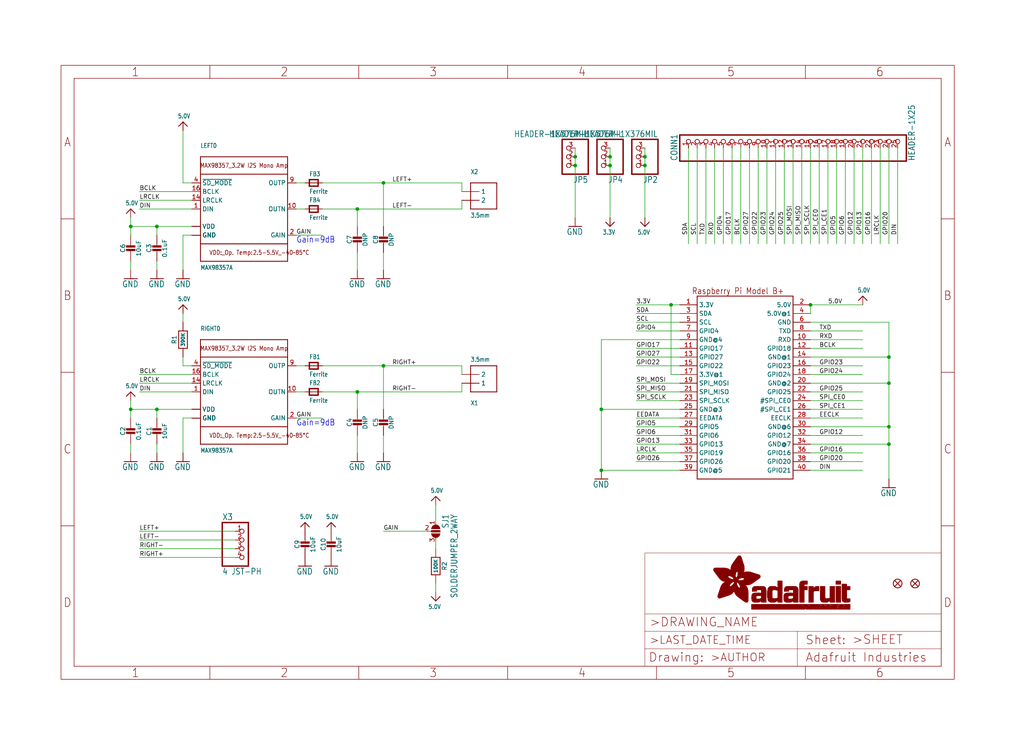
<source format=kicad_sch>
(kicad_sch (version 20211123) (generator eeschema)
  (paper "User" 298.45 217.881)
  (lib_symbols
    (symbol "eagleSchem-eagle-import:3.3V" (power)
      (property "Value" "3.3V" (at -1.524 1.016 0))
      (symbol "3.3V_1_0"
        (pin power_in line (at 0 -2.54 90) (length 2.54) (name "3.3V") (number "1"))
      )
    )
    (symbol "eagleSchem-eagle-import:5.0V" (power)
      (property "Value" "5.0V" (at -1.524 1.016 0))
      (symbol "5.0V_1_0"
        (pin power_in line (at 0 -2.54 90) (length 2.54) (name "5.0V") (number "1"))
      )
    )
    (symbol "eagleSchem-eagle-import:AUDIOAMP_MAX98357"
      (property "Reference" "U" (at -12.7 17.78 0))
      (property "Value" "AUDIOAMP_MAX98357" (at -12.7 -17.78 0))
      (symbol "AUDIOAMP_MAX98357_1_0"
        (text "2.5-5.5V_-40~85°C" (at 2.54 -12.7 0) (effects (font (size 1.27 1.0795)) (justify left)))
        (text "MAX98357_3.2W I2S Mono Amp" (at 0 12.7 0) (effects (font (size 1.27 1.0795))))
        (text "VDD:_Op. Temp:" (at -10.16 -12.7 0) (effects (font (size 1.27 1.0795)) (justify left)))
        (pin bidirectional line (at -15.24 0 0) (length 2.54) (name "DIN") (number "1"))
        (pin output line (at 15.24 0 180) (length 2.54) (name "OUTN") (number "10"))
        (pin power_in line (at -15.24 -7.62 0) (length 2.54) (name "GND") (number "11"))
        (pin bidirectional line (at -15.24 2.54 0) (length 2.54) (name "LRCLK") (number "14"))
        (pin power_in line (at -15.24 -7.62 0) (length 2.54) (name "GND") (number "15"))
        (pin bidirectional line (at -15.24 5.08 0) (length 2.54) (name "BCLK") (number "16"))
        (pin bidirectional line (at 15.24 -7.62 180) (length 2.54) (name "GAIN") (number "2"))
        (pin power_in line (at -15.24 -7.62 0) (length 2.54) (name "GND") (number "3"))
        (pin bidirectional line (at -15.24 7.62 0) (length 2.54) (name "~{SD_MODE}") (number "4"))
        (pin power_in line (at -15.24 -5.08 0) (length 2.54) (name "VDD") (number "7"))
        (pin power_in line (at -15.24 -5.08 0) (length 2.54) (name "VDD") (number "8"))
        (pin output line (at 15.24 7.62 180) (length 2.54) (name "OUTP") (number "9"))
        (pin power_in line (at -15.24 -7.62 0) (length 2.54) (name "GND") (number "THERMAL"))
      )
    )
    (symbol "eagleSchem-eagle-import:CAP_CERAMIC0805-NOOUTLINE"
      (property "Reference" "C" (at -2.29 1.25 90))
      (property "Value" "CAP_CERAMIC0805-NOOUTLINE" (at 2.3 1.25 90))
      (symbol "CAP_CERAMIC0805-NOOUTLINE_1_0"
        (pin passive line (at 0 5.08 270) (length 2.54) (name "1") (number "1"))
        (pin passive line (at 0 -2.54 90) (length 2.54) (name "2") (number "2"))
      )
    )
    (symbol "eagleSchem-eagle-import:CON_JST_PH_4PIN"
      (property "Reference" "X" (at -6.35 8.255 0))
      (property "Value" "CON_JST_PH_4PIN" (at -6.35 -7.62 0))
      (symbol "CON_JST_PH_4PIN_1_0"
        (pin passive inverted (at -2.54 5.08 0) (length 2.54) (name "1") (number "1"))
        (pin passive inverted (at -2.54 2.54 0) (length 2.54) (name "2") (number "2"))
        (pin passive inverted (at -2.54 0 0) (length 2.54) (name "3") (number "3"))
        (pin passive inverted (at -2.54 -2.54 0) (length 2.54) (name "4") (number "4"))
      )
    )
    (symbol "eagleSchem-eagle-import:FERRITE-0805NO"
      (property "Reference" "FB" (at -1.27 1.905 0))
      (property "Value" "FERRITE-0805NO" (at -1.27 -3.175 0))
      (symbol "FERRITE-0805NO_1_0"
        (pin passive line (at -2.54 0 0) (length 2.54) (name "P$1") (number "1"))
        (pin passive line (at 2.54 0 180) (length 2.54) (name "P$2") (number "2"))
      )
    )
    (symbol "eagleSchem-eagle-import:FIDUCIAL{dblquote}{dblquote}")
    (symbol "eagleSchem-eagle-import:FRAME_A4_ADAFRUIT"
      (symbol "FRAME_A4_ADAFRUIT_0_0"
        (text "1" (at 21.6958 1.905 0) (effects (font (size 2.54 2.286))))
        (text "1" (at 21.6958 177.165 0) (effects (font (size 2.54 2.286))))
        (text "2" (at 65.0875 1.905 0) (effects (font (size 2.54 2.286))))
        (text "2" (at 65.0875 177.165 0) (effects (font (size 2.54 2.286))))
        (text "3" (at 108.4792 1.905 0) (effects (font (size 2.54 2.286))))
        (text "3" (at 108.4792 177.165 0) (effects (font (size 2.54 2.286))))
        (text "4" (at 151.8708 1.905 0) (effects (font (size 2.54 2.286))))
        (text "4" (at 151.8708 177.165 0) (effects (font (size 2.54 2.286))))
        (text "5" (at 195.2625 1.905 0) (effects (font (size 2.54 2.286))))
        (text "5" (at 195.2625 177.165 0) (effects (font (size 2.54 2.286))))
        (text "6" (at 238.6542 1.905 0) (effects (font (size 2.54 2.286))))
        (text "6" (at 238.6542 177.165 0) (effects (font (size 2.54 2.286))))
        (text "A" (at 1.905 156.6863 0) (effects (font (size 2.54 2.286))))
        (text "A" (at 258.445 156.6863 0) (effects (font (size 2.54 2.286))))
        (text "B" (at 1.905 111.9188 0) (effects (font (size 2.54 2.286))))
        (text "B" (at 258.445 111.9188 0) (effects (font (size 2.54 2.286))))
        (text "C" (at 1.905 67.1513 0) (effects (font (size 2.54 2.286))))
        (text "C" (at 258.445 67.1513 0) (effects (font (size 2.54 2.286))))
        (text "D" (at 1.905 22.3838 0) (effects (font (size 2.54 2.286))))
        (text "D" (at 258.445 22.3838 0) (effects (font (size 2.54 2.286))))
      )
      (symbol "FRAME_A4_ADAFRUIT_1_0"
        (text ">AUTHOR" (at 189.23 5.08 0) (effects (font (size 2.286 2.286)) (justify left bottom)))
        (text ">DRAWING_NAME" (at 171.45 15.24 0) (effects (font (size 2.54 2.54)) (justify left bottom)))
        (text ">LAST_DATE_TIME" (at 171.45 10.16 0) (effects (font (size 2.286 2.286)) (justify left bottom)))
        (text ">SHEET" (at 230.505 10.16 0) (effects (font (size 2.54 2.54)) (justify left bottom)))
        (text "Adafruit Industries" (at 216.916 4.953 0) (effects (font (size 2.54 2.54)) (justify left bottom)))
        (text "Drawing:" (at 171.196 4.953 0) (effects (font (size 2.54 2.54)) (justify left bottom)))
        (text "Sheet:" (at 216.916 10.033 0) (effects (font (size 2.54 2.54)) (justify left bottom)))
      )
    )
    (symbol "eagleSchem-eagle-import:GND" (power)
      (property "Value" "GND" (at -2.54 -2.54 0))
      (symbol "GND_1_0"
        (pin power_in line (at 0 2.54 270) (length 2.54) (name "GND") (number "1"))
      )
    )
    (symbol "eagleSchem-eagle-import:HEADER-1X25"
      (property "Reference" "CONN" (at -3.81 33.655 0))
      (property "Value" "HEADER-1X25" (at -3.81 -35.56 0))
      (symbol "HEADER-1X25_1_0"
        (pin passive inverted (at 0 30.48 0) (length 2.54) (name "1") (number "1"))
        (pin passive inverted (at 0 7.62 0) (length 2.54) (name "10") (number "10"))
        (pin passive inverted (at 0 5.08 0) (length 2.54) (name "11") (number "11"))
        (pin passive inverted (at 0 2.54 0) (length 2.54) (name "12") (number "12"))
        (pin passive inverted (at 0 0 0) (length 2.54) (name "13") (number "13"))
        (pin passive inverted (at 0 -2.54 0) (length 2.54) (name "14") (number "14"))
        (pin passive inverted (at 0 -5.08 0) (length 2.54) (name "15") (number "15"))
        (pin passive inverted (at 0 -7.62 0) (length 2.54) (name "16") (number "16"))
        (pin passive inverted (at 0 -10.16 0) (length 2.54) (name "17") (number "17"))
        (pin passive inverted (at 0 -12.7 0) (length 2.54) (name "18") (number "18"))
        (pin passive inverted (at 0 -15.24 0) (length 2.54) (name "19") (number "19"))
        (pin passive inverted (at 0 27.94 0) (length 2.54) (name "2") (number "2"))
        (pin passive inverted (at 0 -17.78 0) (length 2.54) (name "20") (number "20"))
        (pin passive inverted (at 0 -20.32 0) (length 2.54) (name "21") (number "21"))
        (pin passive inverted (at 0 -22.86 0) (length 2.54) (name "22") (number "22"))
        (pin passive inverted (at 0 -25.4 0) (length 2.54) (name "23") (number "23"))
        (pin passive inverted (at 0 -27.94 0) (length 2.54) (name "24") (number "24"))
        (pin passive inverted (at 0 -30.48 0) (length 2.54) (name "25") (number "25"))
        (pin passive inverted (at 0 25.4 0) (length 2.54) (name "3") (number "3"))
        (pin passive inverted (at 0 22.86 0) (length 2.54) (name "4") (number "4"))
        (pin passive inverted (at 0 20.32 0) (length 2.54) (name "5") (number "5"))
        (pin passive inverted (at 0 17.78 0) (length 2.54) (name "6") (number "6"))
        (pin passive inverted (at 0 15.24 0) (length 2.54) (name "7") (number "7"))
        (pin passive inverted (at 0 12.7 0) (length 2.54) (name "8") (number "8"))
        (pin passive inverted (at 0 10.16 0) (length 2.54) (name "9") (number "9"))
      )
    )
    (symbol "eagleSchem-eagle-import:HEADER-1X376MIL"
      (property "Reference" "JP" (at -6.35 5.715 0))
      (property "Value" "HEADER-1X376MIL" (at -6.35 -7.62 0))
      (symbol "HEADER-1X376MIL_1_0"
        (pin passive inverted (at -2.54 2.54 0) (length 2.54) (name "1") (number "1"))
        (pin passive inverted (at -2.54 0 0) (length 2.54) (name "2") (number "2"))
        (pin passive inverted (at -2.54 -2.54 0) (length 2.54) (name "3") (number "3"))
      )
    )
    (symbol "eagleSchem-eagle-import:RASPBERRYPI_BPLUS_BONNETNODIM"
      (symbol "RASPBERRYPI_BPLUS_BONNETNODIM_1_0"
        (text "Raspberry Pi Model B+" (at 12.7 25.4 0) (effects (font (size 1.778 1.5113)) (justify right top)))
        (pin power_in line (at -17.78 20.32 0) (length 5.08) (name "3.3V") (number "1"))
        (pin bidirectional line (at 20.32 10.16 180) (length 5.08) (name "RXD") (number "10"))
        (pin bidirectional line (at -17.78 7.62 0) (length 5.08) (name "GPIO17") (number "11"))
        (pin bidirectional line (at 20.32 7.62 180) (length 5.08) (name "GPIO18") (number "12"))
        (pin bidirectional line (at -17.78 5.08 0) (length 5.08) (name "GPIO27") (number "13"))
        (pin power_in line (at 20.32 5.08 180) (length 5.08) (name "GND@1") (number "14"))
        (pin bidirectional line (at -17.78 2.54 0) (length 5.08) (name "GPIO22") (number "15"))
        (pin bidirectional line (at 20.32 2.54 180) (length 5.08) (name "GPIO23") (number "16"))
        (pin power_in line (at -17.78 0 0) (length 5.08) (name "3.3V@1") (number "17"))
        (pin bidirectional line (at 20.32 0 180) (length 5.08) (name "GPIO24") (number "18"))
        (pin bidirectional line (at -17.78 -2.54 0) (length 5.08) (name "SPI_MOSI") (number "19"))
        (pin power_in line (at 20.32 20.32 180) (length 5.08) (name "5.0V") (number "2"))
        (pin power_in line (at 20.32 -2.54 180) (length 5.08) (name "GND@2") (number "20"))
        (pin bidirectional line (at -17.78 -5.08 0) (length 5.08) (name "SPI_MISO") (number "21"))
        (pin bidirectional line (at 20.32 -5.08 180) (length 5.08) (name "GPIO25") (number "22"))
        (pin bidirectional line (at -17.78 -7.62 0) (length 5.08) (name "SPI_SCLK") (number "23"))
        (pin bidirectional line (at 20.32 -7.62 180) (length 5.08) (name "#SPI_CE0") (number "24"))
        (pin power_in line (at -17.78 -10.16 0) (length 5.08) (name "GND@3") (number "25"))
        (pin bidirectional line (at 20.32 -10.16 180) (length 5.08) (name "#SPI_CE1") (number "26"))
        (pin bidirectional line (at -17.78 -12.7 0) (length 5.08) (name "EEDATA") (number "27"))
        (pin bidirectional line (at 20.32 -12.7 180) (length 5.08) (name "EECLK") (number "28"))
        (pin bidirectional line (at -17.78 -15.24 0) (length 5.08) (name "GPIO5") (number "29"))
        (pin bidirectional line (at -17.78 17.78 0) (length 5.08) (name "SDA") (number "3"))
        (pin power_in line (at 20.32 -15.24 180) (length 5.08) (name "GND@6") (number "30"))
        (pin bidirectional line (at -17.78 -17.78 0) (length 5.08) (name "GPIO6") (number "31"))
        (pin bidirectional line (at 20.32 -17.78 180) (length 5.08) (name "GPIO12") (number "32"))
        (pin bidirectional line (at -17.78 -20.32 0) (length 5.08) (name "GPIO13") (number "33"))
        (pin power_in line (at 20.32 -20.32 180) (length 5.08) (name "GND@7") (number "34"))
        (pin bidirectional line (at -17.78 -22.86 0) (length 5.08) (name "GPIO19") (number "35"))
        (pin bidirectional line (at 20.32 -22.86 180) (length 5.08) (name "GPIO16") (number "36"))
        (pin bidirectional line (at -17.78 -25.4 0) (length 5.08) (name "GPIO26") (number "37"))
        (pin bidirectional line (at 20.32 -25.4 180) (length 5.08) (name "GPIO20") (number "38"))
        (pin power_in line (at -17.78 -27.94 0) (length 5.08) (name "GND@5") (number "39"))
        (pin power_in line (at 20.32 17.78 180) (length 5.08) (name "5.0V@1") (number "4"))
        (pin bidirectional line (at 20.32 -27.94 180) (length 5.08) (name "GPIO21") (number "40"))
        (pin bidirectional line (at -17.78 15.24 0) (length 5.08) (name "SCL") (number "5"))
        (pin power_in line (at 20.32 15.24 180) (length 5.08) (name "GND") (number "6"))
        (pin bidirectional line (at -17.78 12.7 0) (length 5.08) (name "GPIO4") (number "7"))
        (pin bidirectional line (at 20.32 12.7 180) (length 5.08) (name "TXD") (number "8"))
        (pin power_in line (at -17.78 10.16 0) (length 5.08) (name "GND@4") (number "9"))
      )
    )
    (symbol "eagleSchem-eagle-import:RESISTOR0805_NOOUTLINE"
      (property "Reference" "R" (at 0 2.54 0))
      (property "Value" "RESISTOR0805_NOOUTLINE" (at 0 0 0))
      (symbol "RESISTOR0805_NOOUTLINE_1_0"
        (pin passive line (at -5.08 0 0) (length 2.54) (name "1") (number "1"))
        (pin passive line (at 5.08 0 180) (length 2.54) (name "2") (number "2"))
      )
    )
    (symbol "eagleSchem-eagle-import:SOLDERJUMPER_2WAY"
      (property "Reference" "SJ" (at -5.08 -3.81 0))
      (property "Value" "SOLDERJUMPER_2WAY" (at -5.08 -6.35 0))
      (symbol "SOLDERJUMPER_2WAY_1_0"
        (pin passive line (at -2.54 0 0) (length 0) (name "1") (number "1"))
        (pin passive line (at 0 2.54 270) (length 0) (name "2") (number "2"))
        (pin passive line (at 2.54 0 180) (length 0) (name "3") (number "3"))
      )
    )
    (symbol "eagleSchem-eagle-import:TERMBLOCK_1X2"
      (property "Reference" "X" (at -2.54 7.62 0))
      (property "Value" "TERMBLOCK_1X2" (at -2.54 -5.08 0))
      (symbol "TERMBLOCK_1X2_1_0"
        (pin passive line (at -5.08 2.54 0) (length 5.08) (name "1") (number "1"))
        (pin passive line (at -5.08 0 0) (length 5.08) (name "2") (number "2"))
      )
    )
  )
  (junction (at 259.08 124.46))
  (junction (at 38.1 66.04))
  (junction (at 167.64 45.72))
  (junction (at 187.96 48.26))
  (junction (at 45.72 119.38))
  (junction (at 177.8 45.72))
  (junction (at 195.58 88.9))
  (junction (at 167.64 48.26))
  (junction (at 38.1 119.38))
  (junction (at 111.76 53.34))
  (junction (at 259.08 129.54))
  (junction (at 177.8 48.26))
  (junction (at 187.96 45.72))
  (junction (at 236.22 88.9))
  (junction (at 111.76 106.68))
  (junction (at 259.08 104.14))
  (junction (at 175.26 137.16))
  (junction (at 104.14 114.3))
  (junction (at 104.14 60.96))
  (junction (at 175.26 119.38))
  (junction (at 259.08 111.76))
  (junction (at 45.72 66.04))
  (wire (pts (xy 236.22 124.46) (xy 259.08 124.46)))
  (wire (pts (xy 238.76 43.18) (xy 238.76 71.12)))
  (wire (pts (xy 210.82 43.18) (xy 210.82 71.12)))
  (wire (pts (xy 220.98 71.12) (xy 220.98 43.18)))
  (wire (pts (xy 231.14 71.12) (xy 231.14 43.18)))
  (wire (pts (xy 236.22 109.22) (xy 251.46 109.22)))
  (wire (pts (xy 45.72 129.54) (xy 45.72 132.08)))
  (wire (pts (xy 40.64 162.56) (xy 68.58 162.56)))
  (wire (pts (xy 198.12 91.44) (xy 185.42 91.44)))
  (wire (pts (xy 248.92 43.18) (xy 248.92 71.12)))
  (wire (pts (xy 236.22 104.14) (xy 259.08 104.14)))
  (wire (pts (xy 127 152.4) (xy 127 147.32)))
  (wire (pts (xy 187.96 45.72) (xy 187.96 48.26)))
  (wire (pts (xy 236.22 101.6) (xy 251.46 101.6)))
  (wire (pts (xy 38.1 129.54) (xy 38.1 132.08)))
  (wire (pts (xy 198.12 137.16) (xy 175.26 137.16)))
  (wire (pts (xy 53.34 106.68) (xy 53.34 104.14)))
  (wire (pts (xy 111.76 127) (xy 111.76 132.08)))
  (wire (pts (xy 104.14 73.66) (xy 104.14 78.74)))
  (wire (pts (xy 127 172.72) (xy 127 170.18)))
  (wire (pts (xy 198.12 93.98) (xy 185.42 93.98)))
  (wire (pts (xy 185.42 104.14) (xy 198.12 104.14)))
  (wire (pts (xy 198.12 101.6) (xy 185.42 101.6)))
  (wire (pts (xy 195.58 88.9) (xy 185.42 88.9)))
  (wire (pts (xy 55.88 53.34) (xy 53.34 53.34)))
  (wire (pts (xy 236.22 111.76) (xy 259.08 111.76)))
  (wire (pts (xy 218.44 43.18) (xy 218.44 71.12)))
  (wire (pts (xy 185.42 129.54) (xy 198.12 129.54)))
  (wire (pts (xy 236.22 88.9) (xy 251.46 88.9)))
  (wire (pts (xy 236.22 127) (xy 251.46 127)))
  (wire (pts (xy 223.52 43.18) (xy 223.52 71.12)))
  (wire (pts (xy 55.88 119.38) (xy 45.72 119.38)))
  (wire (pts (xy 104.14 60.96) (xy 134.62 60.96)))
  (wire (pts (xy 246.38 71.12) (xy 246.38 43.18)))
  (wire (pts (xy 198.12 88.9) (xy 195.58 88.9)))
  (wire (pts (xy 175.26 119.38) (xy 198.12 119.38)))
  (wire (pts (xy 55.88 66.04) (xy 45.72 66.04)))
  (wire (pts (xy 175.26 119.38) (xy 175.26 137.16)))
  (wire (pts (xy 86.36 53.34) (xy 88.9 53.34)))
  (wire (pts (xy 134.62 53.34) (xy 134.62 55.88)))
  (wire (pts (xy 236.22 137.16) (xy 251.46 137.16)))
  (wire (pts (xy 167.64 48.26) (xy 167.64 45.72)))
  (wire (pts (xy 185.42 111.76) (xy 198.12 111.76)))
  (wire (pts (xy 177.8 48.26) (xy 177.8 45.72)))
  (wire (pts (xy 111.76 106.68) (xy 111.76 119.38)))
  (wire (pts (xy 233.68 43.18) (xy 233.68 71.12)))
  (wire (pts (xy 205.74 43.18) (xy 205.74 71.12)))
  (wire (pts (xy 55.88 58.42) (xy 40.64 58.42)))
  (wire (pts (xy 215.9 71.12) (xy 215.9 43.18)))
  (wire (pts (xy 203.2 71.12) (xy 203.2 43.18)))
  (wire (pts (xy 251.46 99.06) (xy 236.22 99.06)))
  (wire (pts (xy 185.42 134.62) (xy 198.12 134.62)))
  (wire (pts (xy 213.36 71.12) (xy 213.36 43.18)))
  (wire (pts (xy 236.22 129.54) (xy 259.08 129.54)))
  (wire (pts (xy 53.34 93.98) (xy 53.34 91.44)))
  (wire (pts (xy 38.1 66.04) (xy 38.1 63.5)))
  (wire (pts (xy 198.12 106.68) (xy 185.42 106.68)))
  (wire (pts (xy 175.26 99.06) (xy 198.12 99.06)))
  (wire (pts (xy 177.8 45.72) (xy 177.8 43.18)))
  (wire (pts (xy 228.6 43.18) (xy 228.6 71.12)))
  (wire (pts (xy 93.98 114.3) (xy 104.14 114.3)))
  (wire (pts (xy 55.88 60.96) (xy 40.64 60.96)))
  (wire (pts (xy 124.46 154.94) (xy 111.76 154.94)))
  (wire (pts (xy 251.46 71.12) (xy 251.46 43.18)))
  (wire (pts (xy 55.88 106.68) (xy 53.34 106.68)))
  (wire (pts (xy 236.22 134.62) (xy 251.46 134.62)))
  (wire (pts (xy 55.88 68.58) (xy 53.34 68.58)))
  (wire (pts (xy 175.26 119.38) (xy 175.26 99.06)))
  (wire (pts (xy 236.22 121.92) (xy 251.46 121.92)))
  (wire (pts (xy 134.62 114.3) (xy 134.62 111.76)))
  (wire (pts (xy 167.64 45.72) (xy 167.64 43.18)))
  (wire (pts (xy 200.66 43.18) (xy 200.66 71.12)))
  (wire (pts (xy 55.88 121.92) (xy 53.34 121.92)))
  (wire (pts (xy 93.98 106.68) (xy 111.76 106.68)))
  (wire (pts (xy 111.76 73.66) (xy 111.76 78.74)))
  (wire (pts (xy 236.22 114.3) (xy 251.46 114.3)))
  (wire (pts (xy 236.22 91.44) (xy 236.22 88.9)))
  (wire (pts (xy 134.62 58.42) (xy 134.62 60.96)))
  (wire (pts (xy 55.88 111.76) (xy 40.64 111.76)))
  (wire (pts (xy 104.14 114.3) (xy 134.62 114.3)))
  (wire (pts (xy 45.72 119.38) (xy 38.1 119.38)))
  (wire (pts (xy 111.76 53.34) (xy 111.76 66.04)))
  (wire (pts (xy 177.8 48.26) (xy 177.8 63.5)))
  (wire (pts (xy 259.08 124.46) (xy 259.08 129.54)))
  (wire (pts (xy 236.22 71.12) (xy 236.22 43.18)))
  (wire (pts (xy 167.64 48.26) (xy 167.64 63.5)))
  (wire (pts (xy 187.96 48.26) (xy 187.96 63.5)))
  (wire (pts (xy 198.12 96.52) (xy 185.42 96.52)))
  (wire (pts (xy 185.42 132.08) (xy 198.12 132.08)))
  (wire (pts (xy 38.1 76.2) (xy 38.1 78.74)))
  (wire (pts (xy 40.64 160.02) (xy 68.58 160.02)))
  (wire (pts (xy 38.1 119.38) (xy 38.1 116.84)))
  (wire (pts (xy 259.08 43.18) (xy 259.08 71.12)))
  (wire (pts (xy 195.58 109.22) (xy 195.58 88.9)))
  (wire (pts (xy 185.42 127) (xy 198.12 127)))
  (wire (pts (xy 38.1 121.92) (xy 38.1 119.38)))
  (wire (pts (xy 236.22 116.84) (xy 251.46 116.84)))
  (wire (pts (xy 53.34 53.34) (xy 53.34 38.1)))
  (wire (pts (xy 254 43.18) (xy 254 71.12)))
  (wire (pts (xy 259.08 129.54) (xy 259.08 139.7)))
  (wire (pts (xy 86.36 68.58) (xy 93.98 68.58)))
  (wire (pts (xy 259.08 104.14) (xy 259.08 111.76)))
  (wire (pts (xy 86.36 60.96) (xy 88.9 60.96)))
  (wire (pts (xy 236.22 119.38) (xy 251.46 119.38)))
  (wire (pts (xy 45.72 121.92) (xy 45.72 119.38)))
  (wire (pts (xy 198.12 121.92) (xy 185.42 121.92)))
  (wire (pts (xy 38.1 68.58) (xy 38.1 66.04)))
  (wire (pts (xy 86.36 121.92) (xy 93.98 121.92)))
  (wire (pts (xy 111.76 106.68) (xy 134.62 106.68)))
  (wire (pts (xy 93.98 60.96) (xy 104.14 60.96)))
  (wire (pts (xy 45.72 76.2) (xy 45.72 78.74)))
  (wire (pts (xy 55.88 55.88) (xy 40.64 55.88)))
  (wire (pts (xy 259.08 111.76) (xy 259.08 124.46)))
  (wire (pts (xy 261.62 71.12) (xy 261.62 43.18)))
  (wire (pts (xy 127 157.48) (xy 127 160.02)))
  (wire (pts (xy 236.22 96.52) (xy 251.46 96.52)))
  (wire (pts (xy 45.72 68.58) (xy 45.72 66.04)))
  (wire (pts (xy 104.14 60.96) (xy 104.14 66.04)))
  (wire (pts (xy 236.22 93.98) (xy 259.08 93.98)))
  (wire (pts (xy 104.14 114.3) (xy 104.14 119.38)))
  (wire (pts (xy 185.42 124.46) (xy 198.12 124.46)))
  (wire (pts (xy 104.14 127) (xy 104.14 132.08)))
  (wire (pts (xy 243.84 43.18) (xy 243.84 71.12)))
  (wire (pts (xy 134.62 106.68) (xy 134.62 109.22)))
  (wire (pts (xy 185.42 116.84) (xy 198.12 116.84)))
  (wire (pts (xy 195.58 109.22) (xy 198.12 109.22)))
  (wire (pts (xy 236.22 132.08) (xy 251.46 132.08)))
  (wire (pts (xy 55.88 109.22) (xy 40.64 109.22)))
  (wire (pts (xy 208.28 71.12) (xy 208.28 43.18)))
  (wire (pts (xy 45.72 66.04) (xy 38.1 66.04)))
  (wire (pts (xy 86.36 106.68) (xy 88.9 106.68)))
  (wire (pts (xy 53.34 121.92) (xy 53.34 132.08)))
  (wire (pts (xy 226.06 71.12) (xy 226.06 43.18)))
  (wire (pts (xy 256.54 71.12) (xy 256.54 43.18)))
  (wire (pts (xy 236.22 106.68) (xy 251.46 106.68)))
  (wire (pts (xy 241.3 71.12) (xy 241.3 43.18)))
  (wire (pts (xy 68.58 157.48) (xy 40.64 157.48)))
  (wire (pts (xy 187.96 43.18) (xy 187.96 45.72)))
  (wire (pts (xy 185.42 114.3) (xy 198.12 114.3)))
  (wire (pts (xy 55.88 114.3) (xy 40.64 114.3)))
  (wire (pts (xy 86.36 114.3) (xy 88.9 114.3)))
  (wire (pts (xy 93.98 53.34) (xy 111.76 53.34)))
  (wire (pts (xy 111.76 53.34) (xy 134.62 53.34)))
  (wire (pts (xy 259.08 93.98) (xy 259.08 104.14)))
  (wire (pts (xy 53.34 68.58) (xy 53.34 78.74)))
  (wire (pts (xy 68.58 154.94) (xy 40.64 154.94)))
  (text "Gain=9dB" (at 86.36 71.12 180) (effects (font (size 1.778 1.5113)) (justify left bottom)))
  (text "Gain=9dB" (at 86.36 124.46 180) (effects (font (size 1.778 1.5113)) (justify left bottom)))
  (label "RIGHT-" (at 114.3 114.3 0) (effects (font (size 1.2446 1.2446))))
  (label "DIN" (at 238.76 137.16 0) (effects (font (size 1.2446 1.2446))))
  (label "GAIN" (at 86.36 121.92 0) (effects (font (size 1.2446 1.2446))))
  (label "SCL" (at 185.42 93.98 0) (effects (font (size 1.2446 1.2446))))
  (label "GPIO25" (at 238.76 114.3 0) (effects (font (size 1.2446 1.2446))))
  (label "LEFT-" (at 40.64 157.48 0) (effects (font (size 1.2446 1.2446))))
  (label "GPIO6" (at 246.38 68.58 90) (effects (font (size 1.2446 1.2446))))
  (label "RXD" (at 208.28 68.58 90) (effects (font (size 1.2446 1.2446))))
  (label "SPI_CE0" (at 238.76 68.58 90) (effects (font (size 1.2446 1.2446))))
  (label "LRCLK" (at 185.42 132.08 0) (effects (font (size 1.2446 1.2446))))
  (label "SPI_MISO" (at 233.68 68.58 90) (effects (font (size 1.2446 1.2446))))
  (label "BCLK" (at 215.9 68.58 90) (effects (font (size 1.2446 1.2446))))
  (label "GPIO22" (at 220.98 68.58 90) (effects (font (size 1.2446 1.2446))))
  (label "GPIO4" (at 210.82 68.58 90) (effects (font (size 1.2446 1.2446))))
  (label "GPIO23" (at 238.76 106.68 0) (effects (font (size 1.2446 1.2446))))
  (label "SCL" (at 203.2 68.58 90) (effects (font (size 1.2446 1.2446))))
  (label "GAIN" (at 111.76 154.94 0) (effects (font (size 1.2446 1.2446))))
  (label "GPIO27" (at 218.44 68.58 90) (effects (font (size 1.2446 1.2446))))
  (label "TXD" (at 205.74 68.58 90) (effects (font (size 1.2446 1.2446))))
  (label "GPIO20" (at 238.76 134.62 0) (effects (font (size 1.2446 1.2446))))
  (label "LEFT+" (at 40.64 154.94 0) (effects (font (size 1.2446 1.2446))))
  (label "LEFT-" (at 114.3 60.96 0) (effects (font (size 1.2446 1.2446))))
  (label "GPIO26" (at 185.42 134.62 0) (effects (font (size 1.2446 1.2446))))
  (label "RIGHT+" (at 40.64 162.56 0) (effects (font (size 1.2446 1.2446))))
  (label "EEDATA" (at 185.42 121.92 0) (effects (font (size 1.2446 1.2446))))
  (label "SDA" (at 200.66 68.58 90) (effects (font (size 1.2446 1.2446))))
  (label "GAIN" (at 86.36 68.58 0) (effects (font (size 1.2446 1.2446))))
  (label "3.3V" (at 185.42 88.9 0) (effects (font (size 1.2446 1.2446))))
  (label "DIN" (at 261.62 68.58 90) (effects (font (size 1.2446 1.2446))))
  (label "GPIO24" (at 226.06 68.58 90) (effects (font (size 1.2446 1.2446))))
  (label "GPIO5" (at 185.42 124.46 0) (effects (font (size 1.2446 1.2446))))
  (label "RIGHT-" (at 40.64 160.02 0) (effects (font (size 1.2446 1.2446))))
  (label "GPIO17" (at 185.42 101.6 0) (effects (font (size 1.2446 1.2446))))
  (label "GPIO5" (at 243.84 68.58 90) (effects (font (size 1.2446 1.2446))))
  (label "GPIO20" (at 259.08 68.58 90) (effects (font (size 1.2446 1.2446))))
  (label "GPIO25" (at 228.6 68.58 90) (effects (font (size 1.2446 1.2446))))
  (label "GPIO17" (at 213.36 68.58 90) (effects (font (size 1.2446 1.2446))))
  (label "GPIO12" (at 248.92 68.58 90) (effects (font (size 1.2446 1.2446))))
  (label "BCLK" (at 238.76 101.6 0) (effects (font (size 1.2446 1.2446))))
  (label "SPI_SCLK" (at 236.22 68.58 90) (effects (font (size 1.2446 1.2446))))
  (label "GPIO24" (at 238.76 109.22 0) (effects (font (size 1.2446 1.2446))))
  (label "LRCLK" (at 256.54 68.58 90) (effects (font (size 1.2446 1.2446))))
  (label "GPIO13" (at 251.46 68.58 90) (effects (font (size 1.2446 1.2446))))
  (label "GPIO6" (at 185.42 127 0) (effects (font (size 1.2446 1.2446))))
  (label "GPIO12" (at 238.76 127 0) (effects (font (size 1.2446 1.2446))))
  (label "LRCLK" (at 40.64 58.42 0) (effects (font (size 1.2446 1.2446))))
  (label "RIGHT+" (at 114.3 106.68 0) (effects (font (size 1.2446 1.2446))))
  (label "SPI_MOSI" (at 185.42 111.76 0) (effects (font (size 1.2446 1.2446))))
  (label "SPI_CE0" (at 238.76 116.84 0) (effects (font (size 1.2446 1.2446))))
  (label "EECLK" (at 238.76 121.92 0) (effects (font (size 1.2446 1.2446))))
  (label "GPIO23" (at 223.52 68.58 90) (effects (font (size 1.2446 1.2446))))
  (label "GPIO4" (at 185.42 96.52 0) (effects (font (size 1.2446 1.2446))))
  (label "5.0V" (at 241.3 88.9 0) (effects (font (size 1.2446 1.2446))))
  (label "LRCLK" (at 40.64 111.76 0) (effects (font (size 1.2446 1.2446))))
  (label "DIN" (at 40.64 114.3 0) (effects (font (size 1.2446 1.2446))))
  (label "TXD" (at 238.76 96.52 0) (effects (font (size 1.2446 1.2446))))
  (label "GPIO13" (at 185.42 129.54 0) (effects (font (size 1.2446 1.2446))))
  (label "BCLK" (at 40.64 55.88 0) (effects (font (size 1.2446 1.2446))))
  (label "DIN" (at 40.64 60.96 0) (effects (font (size 1.2446 1.2446))))
  (label "GPIO16" (at 238.76 132.08 0) (effects (font (size 1.2446 1.2446))))
  (label "SPI_SCLK" (at 185.42 116.84 0) (effects (font (size 1.2446 1.2446))))
  (label "GPIO27" (at 185.42 104.14 0) (effects (font (size 1.2446 1.2446))))
  (label "SDA" (at 185.42 91.44 0) (effects (font (size 1.2446 1.2446))))
  (label "GPIO22" (at 185.42 106.68 0) (effects (font (size 1.2446 1.2446))))
  (label "BCLK" (at 40.64 109.22 0) (effects (font (size 1.2446 1.2446))))
  (label "LEFT+" (at 114.3 53.34 0) (effects (font (size 1.2446 1.2446))))
  (label "RXD" (at 238.76 99.06 0) (effects (font (size 1.2446 1.2446))))
  (label "GPIO16" (at 254 68.58 90) (effects (font (size 1.2446 1.2446))))
  (label "SPI_MOSI" (at 231.14 68.58 90) (effects (font (size 1.2446 1.2446))))
  (label "SPI_MISO" (at 185.42 114.3 0) (effects (font (size 1.2446 1.2446))))
  (label "SPI_CE1" (at 241.3 68.58 90) (effects (font (size 1.2446 1.2446))))
  (label "SPI_CE1" (at 238.76 119.38 0) (effects (font (size 1.2446 1.2446))))
  (symbol (lib_id "eagleSchem-eagle-import:GND") (at 175.26 139.7 0) (unit 1)
    (property "Reference" "#GND1" (effects hide))
    (property "Value" "GND" (at 172.72 142.24 0) (effects (font (size 1.778 1.5113)) (justify left bottom)))
    (property "Footprint" "eagleSchem:" (effects hide))
  )
  (symbol (lib_id "eagleSchem-eagle-import:5.0V") (at 251.46 86.36 0) (unit 1)
    (property "Reference" "#U$14" (effects hide))
    (property "Value" "5.0V" (at 249.936 85.344 0) (effects (font (size 1.27 1.0795)) (justify left bottom)))
    (property "Footprint" "eagleSchem:" (effects hide))
  )
  (symbol (lib_id "eagleSchem-eagle-import:FIDUCIAL{dblquote}{dblquote}") (at 266.7 170.18 0) (unit 1)
    (property "Reference" "FID2" (effects hide))
    (property "Value" "FIDUCIAL{dblquote}{dblquote}" (effects hide))
    (property "Footprint" "eagleSchem:FIDUCIAL_1MM" (effects hide))
  )
  (symbol (lib_id "eagleSchem-eagle-import:RESISTOR0805_NOOUTLINE") (at 53.34 99.06 90) (unit 1)
    (property "Reference" "R1" (at 50.8 99.06 0))
    (property "Value" "390K" (at 53.34 99.06 0) (effects (font (size 1.016 1.016) bold)))
    (property "Footprint" "eagleSchem:0805-NO" (effects hide))
  )
  (symbol (lib_id "eagleSchem-eagle-import:5.0V") (at 127 175.26 180) (unit 1)
    (property "Reference" "#U$25" (effects hide))
    (property "Value" "5.0V" (at 128.524 176.276 0) (effects (font (size 1.27 1.0795)) (justify left bottom)))
    (property "Footprint" "eagleSchem:" (effects hide))
  )
  (symbol (lib_id "eagleSchem-eagle-import:GND") (at 104.14 134.62 0) (unit 1)
    (property "Reference" "#U$6" (effects hide))
    (property "Value" "GND" (at 101.6 137.16 0) (effects (font (size 1.778 1.5113)) (justify left bottom)))
    (property "Footprint" "eagleSchem:" (effects hide))
  )
  (symbol (lib_id "eagleSchem-eagle-import:5.0V") (at 187.96 66.04 180) (unit 1)
    (property "Reference" "#U$22" (effects hide))
    (property "Value" "5.0V" (at 189.484 67.056 0) (effects (font (size 1.27 1.0795)) (justify left bottom)))
    (property "Footprint" "eagleSchem:" (effects hide))
  )
  (symbol (lib_id "eagleSchem-eagle-import:TERMBLOCK_1X2") (at 139.7 58.42 0) (unit 1)
    (property "Reference" "X2" (at 137.16 50.8 0) (effects (font (size 1.27 1.0795)) (justify left bottom)))
    (property "Value" "3.5mm" (at 137.16 63.5 0) (effects (font (size 1.27 1.0795)) (justify left bottom)))
    (property "Footprint" "eagleSchem:TERMBLOCK_1X2-3.5MM" (effects hide))
  )
  (symbol (lib_id "eagleSchem-eagle-import:5.0V") (at 53.34 88.9 0) (unit 1)
    (property "Reference" "#U$1" (effects hide))
    (property "Value" "5.0V" (at 51.816 87.884 0) (effects (font (size 1.27 1.0795)) (justify left bottom)))
    (property "Footprint" "eagleSchem:" (effects hide))
  )
  (symbol (lib_id "eagleSchem-eagle-import:GND") (at 104.14 81.28 0) (unit 1)
    (property "Reference" "#U$15" (effects hide))
    (property "Value" "GND" (at 101.6 83.82 0) (effects (font (size 1.778 1.5113)) (justify left bottom)))
    (property "Footprint" "eagleSchem:" (effects hide))
  )
  (symbol (lib_id "eagleSchem-eagle-import:RESISTOR0805_NOOUTLINE") (at 127 165.1 270) (unit 1)
    (property "Reference" "R2" (at 129.54 165.1 0))
    (property "Value" "100K" (at 127 165.1 0) (effects (font (size 1.016 1.016) bold)))
    (property "Footprint" "eagleSchem:0805-NO" (effects hide))
  )
  (symbol (lib_id "eagleSchem-eagle-import:HEADER-1X376MIL") (at 165.1 45.72 180) (unit 1)
    (property "Reference" "JP5" (at 171.45 51.435 0) (effects (font (size 1.778 1.5113)) (justify left bottom)))
    (property "Value" "HEADER-1X376MIL" (at 171.45 38.1 0) (effects (font (size 1.778 1.5113)) (justify left bottom)))
    (property "Footprint" "eagleSchem:1X03_ROUND_76" (effects hide))
  )
  (symbol (lib_id "eagleSchem-eagle-import:RASPBERRYPI_BPLUS_BONNETNODIM") (at 215.9 109.22 0) (unit 1)
    (property "Reference" "RPI1" (effects hide))
    (property "Value" "RASPBERRYPI_BPLUS_BONNETNODIM" (effects hide))
    (property "Footprint" "eagleSchem:PI_BONNET_NODIM" (effects hide))
  )
  (symbol (lib_id "eagleSchem-eagle-import:5.0V") (at 38.1 60.96 0) (unit 1)
    (property "Reference" "#U$9" (effects hide))
    (property "Value" "5.0V" (at 36.576 59.944 0) (effects (font (size 1.27 1.0795)) (justify left bottom)))
    (property "Footprint" "eagleSchem:" (effects hide))
  )
  (symbol (lib_id "eagleSchem-eagle-import:GND") (at 96.52 165.1 0) (unit 1)
    (property "Reference" "#U$29" (effects hide))
    (property "Value" "GND" (at 93.98 167.64 0) (effects (font (size 1.778 1.5113)) (justify left bottom)))
    (property "Footprint" "eagleSchem:" (effects hide))
  )
  (symbol (lib_id "eagleSchem-eagle-import:CAP_CERAMIC0805-NOOUTLINE") (at 111.76 124.46 0) (unit 1)
    (property "Reference" "C5" (at 109.47 123.21 90))
    (property "Value" "DNP" (at 114.06 123.21 90))
    (property "Footprint" "eagleSchem:0805-NO" (effects hide))
  )
  (symbol (lib_id "eagleSchem-eagle-import:GND") (at 45.72 81.28 0) (unit 1)
    (property "Reference" "#U$12" (effects hide))
    (property "Value" "GND" (at 43.18 83.82 0) (effects (font (size 1.778 1.5113)) (justify left bottom)))
    (property "Footprint" "eagleSchem:" (effects hide))
  )
  (symbol (lib_id "eagleSchem-eagle-import:FERRITE-0805NO") (at 91.44 53.34 0) (unit 1)
    (property "Reference" "FB3" (at 90.17 51.435 0) (effects (font (size 1.27 1.0795)) (justify left bottom)))
    (property "Value" "Ferrite" (at 90.17 56.515 0) (effects (font (size 1.27 1.0795)) (justify left bottom)))
    (property "Footprint" "eagleSchem:0805-NO" (effects hide))
  )
  (symbol (lib_id "eagleSchem-eagle-import:FERRITE-0805NO") (at 91.44 60.96 0) (unit 1)
    (property "Reference" "FB4" (at 90.17 59.055 0) (effects (font (size 1.27 1.0795)) (justify left bottom)))
    (property "Value" "Ferrite" (at 90.17 64.135 0) (effects (font (size 1.27 1.0795)) (justify left bottom)))
    (property "Footprint" "eagleSchem:0805-NO" (effects hide))
  )
  (symbol (lib_id "eagleSchem-eagle-import:3.3V") (at 177.8 66.04 180) (unit 1)
    (property "Reference" "#U$21" (effects hide))
    (property "Value" "3.3V" (at 179.324 67.056 0) (effects (font (size 1.27 1.0795)) (justify left bottom)))
    (property "Footprint" "eagleSchem:" (effects hide))
  )
  (symbol (lib_id "eagleSchem-eagle-import:5.0V") (at 38.1 114.3 0) (unit 1)
    (property "Reference" "#U$3" (effects hide))
    (property "Value" "5.0V" (at 36.576 113.284 0) (effects (font (size 1.27 1.0795)) (justify left bottom)))
    (property "Footprint" "eagleSchem:" (effects hide))
  )
  (symbol (lib_id "eagleSchem-eagle-import:GND") (at 111.76 81.28 0) (unit 1)
    (property "Reference" "#U$16" (effects hide))
    (property "Value" "GND" (at 109.22 83.82 0) (effects (font (size 1.778 1.5113)) (justify left bottom)))
    (property "Footprint" "eagleSchem:" (effects hide))
  )
  (symbol (lib_id "eagleSchem-eagle-import:AUDIOAMP_MAX98357") (at 71.12 60.96 0) (unit 1)
    (property "Reference" "LEFT0" (at 58.42 43.18 0) (effects (font (size 1.27 1.0795)) (justify left bottom)))
    (property "Value" "MAX98357A" (at 58.42 78.74 0) (effects (font (size 1.27 1.0795)) (justify left bottom)))
    (property "Footprint" "eagleSchem:QFN16_3MM" (effects hide))
  )
  (symbol (lib_id "eagleSchem-eagle-import:FERRITE-0805NO") (at 91.44 106.68 0) (unit 1)
    (property "Reference" "FB1" (at 90.17 104.775 0) (effects (font (size 1.27 1.0795)) (justify left bottom)))
    (property "Value" "Ferrite" (at 90.17 109.855 0) (effects (font (size 1.27 1.0795)) (justify left bottom)))
    (property "Footprint" "eagleSchem:0805-NO" (effects hide))
  )
  (symbol (lib_id "eagleSchem-eagle-import:GND") (at 259.08 142.24 0) (unit 1)
    (property "Reference" "#GND2" (effects hide))
    (property "Value" "GND" (at 256.54 144.78 0) (effects (font (size 1.778 1.5113)) (justify left bottom)))
    (property "Footprint" "eagleSchem:" (effects hide))
  )
  (symbol (lib_id "eagleSchem-eagle-import:CAP_CERAMIC0805-NOOUTLINE") (at 45.72 73.66 0) (unit 1)
    (property "Reference" "C3" (at 43.43 72.41 90))
    (property "Value" "0.1uF" (at 48.02 72.41 90))
    (property "Footprint" "eagleSchem:0805-NO" (effects hide))
  )
  (symbol (lib_id "eagleSchem-eagle-import:CAP_CERAMIC0805-NOOUTLINE") (at 104.14 124.46 0) (unit 1)
    (property "Reference" "C4" (at 101.85 123.21 90))
    (property "Value" "DNP" (at 106.44 123.21 90))
    (property "Footprint" "eagleSchem:0805-NO" (effects hide))
  )
  (symbol (lib_id "eagleSchem-eagle-import:HEADER-1X25") (at 231.14 43.18 90) (unit 1)
    (property "Reference" "CONN1" (at 197.485 46.99 0) (effects (font (size 1.778 1.5113)) (justify left bottom)))
    (property "Value" "HEADER-1X25" (at 266.7 46.99 0) (effects (font (size 1.778 1.5113)) (justify left bottom)))
    (property "Footprint" "eagleSchem:1X25_ROUND_70MIL" (effects hide))
  )
  (symbol (lib_id "eagleSchem-eagle-import:CAP_CERAMIC0805-NOOUTLINE") (at 38.1 127 0) (unit 1)
    (property "Reference" "C2" (at 35.81 125.75 90))
    (property "Value" "0.1uF" (at 40.4 125.75 90))
    (property "Footprint" "eagleSchem:0805-NO" (effects hide))
  )
  (symbol (lib_id "eagleSchem-eagle-import:HEADER-1X376MIL") (at 185.42 45.72 180) (unit 1)
    (property "Reference" "JP2" (at 191.77 51.435 0) (effects (font (size 1.778 1.5113)) (justify left bottom)))
    (property "Value" "HEADER-1X376MIL" (at 191.77 38.1 0) (effects (font (size 1.778 1.5113)) (justify left bottom)))
    (property "Footprint" "eagleSchem:1X03_ROUND_76" (effects hide))
  )
  (symbol (lib_id "eagleSchem-eagle-import:GND") (at 167.64 66.04 0) (unit 1)
    (property "Reference" "#GND5" (effects hide))
    (property "Value" "GND" (at 165.1 68.58 0) (effects (font (size 1.778 1.5113)) (justify left bottom)))
    (property "Footprint" "eagleSchem:" (effects hide))
  )
  (symbol (lib_id "eagleSchem-eagle-import:TERMBLOCK_1X2") (at 139.7 109.22 0) (mirror x) (unit 1)
    (property "Reference" "X1" (at 137.16 116.84 0) (effects (font (size 1.27 1.0795)) (justify left bottom)))
    (property "Value" "3.5mm" (at 137.16 104.14 0) (effects (font (size 1.27 1.0795)) (justify left bottom)))
    (property "Footprint" "eagleSchem:TERMBLOCK_1X2-3.5MM" (effects hide))
  )
  (symbol (lib_id "eagleSchem-eagle-import:GND") (at 111.76 134.62 0) (unit 1)
    (property "Reference" "#U$8" (effects hide))
    (property "Value" "GND" (at 109.22 137.16 0) (effects (font (size 1.778 1.5113)) (justify left bottom)))
    (property "Footprint" "eagleSchem:" (effects hide))
  )
  (symbol (lib_id "eagleSchem-eagle-import:HEADER-1X376MIL") (at 175.26 45.72 180) (unit 1)
    (property "Reference" "JP4" (at 181.61 51.435 0) (effects (font (size 1.778 1.5113)) (justify left bottom)))
    (property "Value" "HEADER-1X376MIL" (at 181.61 38.1 0) (effects (font (size 1.778 1.5113)) (justify left bottom)))
    (property "Footprint" "eagleSchem:1X03_ROUND_76" (effects hide))
  )
  (symbol (lib_id "eagleSchem-eagle-import:CAP_CERAMIC0805-NOOUTLINE") (at 45.72 127 0) (unit 1)
    (property "Reference" "C1" (at 43.43 125.75 90))
    (property "Value" "10uF" (at 48.02 125.75 90))
    (property "Footprint" "eagleSchem:0805-NO" (effects hide))
  )
  (symbol (lib_id "eagleSchem-eagle-import:CAP_CERAMIC0805-NOOUTLINE") (at 104.14 71.12 0) (unit 1)
    (property "Reference" "C7" (at 101.85 69.87 90))
    (property "Value" "DNP" (at 106.44 69.87 90))
    (property "Footprint" "eagleSchem:0805-NO" (effects hide))
  )
  (symbol (lib_id "eagleSchem-eagle-import:FIDUCIAL{dblquote}{dblquote}") (at 261.62 170.18 0) (unit 1)
    (property "Reference" "FID1" (effects hide))
    (property "Value" "FIDUCIAL{dblquote}{dblquote}" (effects hide))
    (property "Footprint" "eagleSchem:FIDUCIAL_1MM" (effects hide))
  )
  (symbol (lib_id "eagleSchem-eagle-import:FERRITE-0805NO") (at 91.44 114.3 0) (unit 1)
    (property "Reference" "FB2" (at 90.17 112.395 0) (effects (font (size 1.27 1.0795)) (justify left bottom)))
    (property "Value" "Ferrite" (at 90.17 117.475 0) (effects (font (size 1.27 1.0795)) (justify left bottom)))
    (property "Footprint" "eagleSchem:0805-NO" (effects hide))
  )
  (symbol (lib_id "eagleSchem-eagle-import:GND") (at 53.34 134.62 0) (unit 1)
    (property "Reference" "#U$2" (effects hide))
    (property "Value" "GND" (at 50.8 137.16 0) (effects (font (size 1.778 1.5113)) (justify left bottom)))
    (property "Footprint" "eagleSchem:" (effects hide))
  )
  (symbol (lib_id "eagleSchem-eagle-import:CAP_CERAMIC0805-NOOUTLINE") (at 38.1 73.66 0) (unit 1)
    (property "Reference" "C6" (at 35.81 72.41 90))
    (property "Value" "10uF" (at 40.4 72.41 90))
    (property "Footprint" "eagleSchem:0805-NO" (effects hide))
  )
  (symbol (lib_id "eagleSchem-eagle-import:CAP_CERAMIC0805-NOOUTLINE") (at 96.52 160.02 0) (unit 1)
    (property "Reference" "C10" (at 94.23 158.77 90))
    (property "Value" "10uF" (at 98.82 158.77 90))
    (property "Footprint" "eagleSchem:0805-NO" (effects hide))
  )
  (symbol (lib_id "eagleSchem-eagle-import:GND") (at 38.1 81.28 0) (unit 1)
    (property "Reference" "#U$13" (effects hide))
    (property "Value" "GND" (at 35.56 83.82 0) (effects (font (size 1.778 1.5113)) (justify left bottom)))
    (property "Footprint" "eagleSchem:" (effects hide))
  )
  (symbol (lib_id "eagleSchem-eagle-import:CON_JST_PH_4PIN") (at 71.12 160.02 0) (unit 1)
    (property "Reference" "X3" (at 64.77 151.765 0) (effects (font (size 1.778 1.5113)) (justify left bottom)))
    (property "Value" "4 JST-PH" (at 64.77 167.64 0) (effects (font (size 1.778 1.5113)) (justify left bottom)))
    (property "Footprint" "eagleSchem:JSTPH4" (effects hide))
  )
  (symbol (lib_id "eagleSchem-eagle-import:GND") (at 45.72 134.62 0) (unit 1)
    (property "Reference" "#U$4" (effects hide))
    (property "Value" "GND" (at 43.18 137.16 0) (effects (font (size 1.778 1.5113)) (justify left bottom)))
    (property "Footprint" "eagleSchem:" (effects hide))
  )
  (symbol (lib_id "eagleSchem-eagle-import:CAP_CERAMIC0805-NOOUTLINE") (at 111.76 71.12 0) (unit 1)
    (property "Reference" "C8" (at 109.47 69.87 90))
    (property "Value" "DNP" (at 114.06 69.87 90))
    (property "Footprint" "eagleSchem:0805-NO" (effects hide))
  )
  (symbol (lib_id "eagleSchem-eagle-import:SOLDERJUMPER_2WAY") (at 127 154.94 90) (mirror x) (unit 1)
    (property "Reference" "SJ1" (at 130.81 149.86 0) (effects (font (size 1.778 1.5113)) (justify left bottom)))
    (property "Value" "SOLDERJUMPER_2WAY" (at 133.35 149.86 0) (effects (font (size 1.778 1.5113)) (justify left bottom)))
    (property "Footprint" "eagleSchem:SOLDERJUMPER_2WAY_OPEN_NOPASTE" (effects hide))
  )
  (symbol (lib_id "eagleSchem-eagle-import:FRAME_A4_ADAFRUIT") (at 17.78 198.12 0) (unit 1)
    (property "Reference" "#U$7" (effects hide))
    (property "Value" "FRAME_A4_ADAFRUIT" (effects hide))
    (property "Footprint" "eagleSchem:" (effects hide))
  )
  (symbol (lib_id "eagleSchem-eagle-import:5.0V") (at 96.52 152.4 0) (unit 1)
    (property "Reference" "#U$27" (effects hide))
    (property "Value" "5.0V" (at 94.996 151.384 0) (effects (font (size 1.27 1.0795)) (justify left bottom)))
    (property "Footprint" "eagleSchem:" (effects hide))
  )
  (symbol (lib_id "eagleSchem-eagle-import:5.0V") (at 127 144.78 0) (unit 1)
    (property "Reference" "#U$18" (effects hide))
    (property "Value" "5.0V" (at 125.476 143.764 0) (effects (font (size 1.27 1.0795)) (justify left bottom)))
    (property "Footprint" "eagleSchem:" (effects hide))
  )
  (symbol (lib_id "eagleSchem-eagle-import:5.0V") (at 88.9 152.4 0) (unit 1)
    (property "Reference" "#U$26" (effects hide))
    (property "Value" "5.0V" (at 87.376 151.384 0) (effects (font (size 1.27 1.0795)) (justify left bottom)))
    (property "Footprint" "eagleSchem:" (effects hide))
  )
  (symbol (lib_id "eagleSchem-eagle-import:GND") (at 53.34 81.28 0) (unit 1)
    (property "Reference" "#U$10" (effects hide))
    (property "Value" "GND" (at 50.8 83.82 0) (effects (font (size 1.778 1.5113)) (justify left bottom)))
    (property "Footprint" "eagleSchem:" (effects hide))
  )
  (symbol (lib_id "eagleSchem-eagle-import:AUDIOAMP_MAX98357") (at 71.12 114.3 0) (unit 1)
    (property "Reference" "RIGHT0" (at 58.42 96.52 0) (effects (font (size 1.27 1.0795)) (justify left bottom)))
    (property "Value" "MAX98357A" (at 58.42 132.08 0) (effects (font (size 1.27 1.0795)) (justify left bottom)))
    (property "Footprint" "eagleSchem:QFN16_3MM" (effects hide))
  )
  (symbol (lib_id "eagleSchem-eagle-import:5.0V") (at 53.34 35.56 0) (unit 1)
    (property "Reference" "#U$17" (effects hide))
    (property "Value" "5.0V" (at 51.816 34.544 0) (effects (font (size 1.27 1.0795)) (justify left bottom)))
    (property "Footprint" "eagleSchem:" (effects hide))
  )
  (symbol (lib_id "eagleSchem-eagle-import:GND") (at 38.1 134.62 0) (unit 1)
    (property "Reference" "#U$5" (effects hide))
    (property "Value" "GND" (at 35.56 137.16 0) (effects (font (size 1.778 1.5113)) (justify left bottom)))
    (property "Footprint" "eagleSchem:" (effects hide))
  )
  (symbol (lib_id "eagleSchem-eagle-import:CAP_CERAMIC0805-NOOUTLINE") (at 88.9 160.02 0) (unit 1)
    (property "Reference" "C9" (at 86.61 158.77 90))
    (property "Value" "10uF" (at 91.2 158.77 90))
    (property "Footprint" "eagleSchem:0805-NO" (effects hide))
  )
  (symbol (lib_id "eagleSchem-eagle-import:GND") (at 88.9 165.1 0) (unit 1)
    (property "Reference" "#U$28" (effects hide))
    (property "Value" "GND" (at 86.36 167.64 0) (effects (font (size 1.778 1.5113)) (justify left bottom)))
    (property "Footprint" "eagleSchem:" (effects hide))
  )
)
</source>
